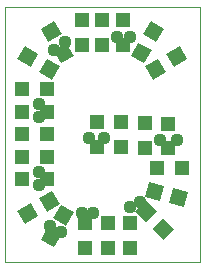
<source format=gts>
G75*
%MOIN*%
%OFA0B0*%
%FSLAX24Y24*%
%IPPOS*%
%LPD*%
%AMOC8*
5,1,8,0,0,1.08239X$1,22.5*
%
%ADD10C,0.0000*%
%ADD11R,0.0512X0.0512*%
%ADD12R,0.0512X0.0512*%
%ADD13C,0.0437*%
D10*
X002392Y002517D02*
X002392Y011017D01*
X008892Y011017D01*
X008892Y002517D01*
X002392Y002517D01*
D11*
X002978Y005267D03*
X002978Y006017D03*
X002978Y006767D03*
X002978Y007517D03*
X002978Y008267D03*
X003805Y008267D03*
X003805Y007517D03*
X003805Y006767D03*
X003805Y006017D03*
X003805Y005267D03*
X005079Y003805D03*
X005829Y003805D03*
X006579Y003805D03*
X006579Y002978D03*
X005829Y002978D03*
X005079Y002978D03*
X007478Y005642D03*
X007829Y006291D03*
X008305Y005642D03*
X007079Y006304D03*
X006267Y006353D03*
X005454Y006353D03*
X005454Y007180D03*
X006267Y007180D03*
X007079Y007131D03*
X007829Y007118D03*
X006329Y009728D03*
X005642Y009728D03*
X004954Y009728D03*
X004954Y010555D03*
X005642Y010555D03*
X006329Y010555D03*
D12*
G36*
X007255Y010536D02*
X007697Y010280D01*
X007441Y009838D01*
X006999Y010094D01*
X007255Y010536D01*
G37*
G36*
X006842Y009820D02*
X007284Y009564D01*
X007028Y009122D01*
X006586Y009378D01*
X006842Y009820D01*
G37*
G36*
X007502Y009284D02*
X007758Y008842D01*
X007316Y008586D01*
X007060Y009028D01*
X007502Y009284D01*
G37*
G36*
X008218Y009697D02*
X008474Y009255D01*
X008032Y008999D01*
X007776Y009441D01*
X008218Y009697D01*
G37*
G36*
X003999Y009564D02*
X004441Y009820D01*
X004697Y009378D01*
X004255Y009122D01*
X003999Y009564D01*
G37*
G36*
X003526Y008842D02*
X003782Y009284D01*
X004224Y009028D01*
X003968Y008586D01*
X003526Y008842D01*
G37*
G36*
X002810Y009255D02*
X003066Y009697D01*
X003508Y009441D01*
X003252Y008999D01*
X002810Y009255D01*
G37*
G36*
X003586Y010280D02*
X004028Y010536D01*
X004284Y010094D01*
X003842Y009838D01*
X003586Y010280D01*
G37*
G36*
X007696Y005048D02*
X007564Y004554D01*
X007070Y004686D01*
X007202Y005180D01*
X007696Y005048D01*
G37*
G36*
X008494Y004834D02*
X008362Y004340D01*
X007868Y004472D01*
X008000Y004966D01*
X008494Y004834D01*
G37*
G36*
X008037Y003609D02*
X007675Y003247D01*
X007313Y003609D01*
X007675Y003971D01*
X008037Y003609D01*
G37*
G36*
X007453Y004194D02*
X007091Y003832D01*
X006729Y004194D01*
X007091Y004556D01*
X007453Y004194D01*
G37*
G36*
X004441Y003713D02*
X003999Y003969D01*
X004255Y004411D01*
X004697Y004155D01*
X004441Y003713D01*
G37*
G36*
X004028Y002997D02*
X003586Y003253D01*
X003842Y003695D01*
X004284Y003439D01*
X004028Y002997D01*
G37*
G36*
X003066Y003773D02*
X002810Y004215D01*
X003252Y004471D01*
X003508Y004029D01*
X003066Y003773D01*
G37*
G36*
X003782Y004187D02*
X003526Y004629D01*
X003968Y004885D01*
X004224Y004443D01*
X003782Y004187D01*
G37*
D13*
X003892Y003704D03*
X004267Y003517D03*
X004954Y004142D03*
X005329Y004142D03*
X006579Y004329D03*
X006892Y004517D03*
X007579Y006579D03*
X008142Y006579D03*
X005704Y006642D03*
X005204Y006642D03*
X003517Y007329D03*
X003517Y007767D03*
X004017Y009579D03*
X004392Y009829D03*
X006142Y010017D03*
X006579Y010017D03*
X003517Y005517D03*
X003517Y005079D03*
M02*

</source>
